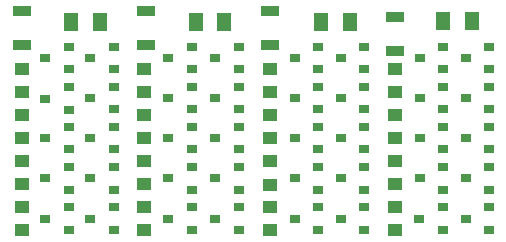
<source format=gbr>
%TF.GenerationSoftware,Altium Limited,Altium Designer,23.5.1 (21)*%
G04 Layer_Color=8421504*
%FSLAX45Y45*%
%MOMM*%
%TF.SameCoordinates,90272B24-A97A-474C-8309-4AF10B7EB36B*%
%TF.FilePolarity,Positive*%
%TF.FileFunction,Paste,Top*%
%TF.Part,Single*%
G01*
G75*
%TA.AperFunction,ConnectorPad*%
%ADD10R,1.60000X0.90000*%
%TA.AperFunction,SMDPad,CuDef*%
%ADD11R,1.60000X0.90000*%
%ADD12R,1.20000X1.50000*%
%ADD13R,0.90000X0.80000*%
%ADD14R,1.30000X1.00000*%
D10*
X200000Y2145000D02*
D03*
Y1855000D02*
D03*
D11*
X1250000D02*
D03*
Y2145000D02*
D03*
X2300000D02*
D03*
Y1855000D02*
D03*
X3360000Y2095000D02*
D03*
Y1805000D02*
D03*
D12*
X622677Y2050383D02*
D03*
X862677D02*
D03*
X1918495Y2057376D02*
D03*
X1678495D02*
D03*
X2739735D02*
D03*
X2979735D02*
D03*
X4010000Y2060000D02*
D03*
X3770000D02*
D03*
D13*
X980000Y1845000D02*
D03*
X780000Y1750000D02*
D03*
X980000Y1655000D02*
D03*
Y1505000D02*
D03*
X780000Y1410000D02*
D03*
X980000Y1315000D02*
D03*
X2040000Y1845000D02*
D03*
X1840000Y1750000D02*
D03*
X2040000Y1655000D02*
D03*
Y1505000D02*
D03*
X1840000Y1410000D02*
D03*
X2040000Y1315000D02*
D03*
X600000Y1845000D02*
D03*
X400000Y1750000D02*
D03*
X600000Y1655000D02*
D03*
X1640000Y1845000D02*
D03*
X1440000Y1750000D02*
D03*
X1640000Y1655000D02*
D03*
X600000Y1500000D02*
D03*
X400000Y1405000D02*
D03*
X600000Y1310000D02*
D03*
X980000Y1165000D02*
D03*
X780000Y1070000D02*
D03*
X980000Y975000D02*
D03*
X1640000Y1505000D02*
D03*
X1440000Y1410000D02*
D03*
X1640000Y1315000D02*
D03*
X2040000Y1165000D02*
D03*
X1840000Y1070000D02*
D03*
X2040000Y975000D02*
D03*
X600000Y1165000D02*
D03*
X400000Y1070000D02*
D03*
X600000Y975000D02*
D03*
X1640000Y1165000D02*
D03*
X1440000Y1070000D02*
D03*
X1640000Y975000D02*
D03*
X600000Y825000D02*
D03*
X400000Y730000D02*
D03*
X600000Y635000D02*
D03*
X980000Y825000D02*
D03*
X780000Y730000D02*
D03*
X980000Y635000D02*
D03*
X1640000Y825000D02*
D03*
X1440000Y730000D02*
D03*
X1640000Y635000D02*
D03*
X2040000Y825000D02*
D03*
X1840000Y730000D02*
D03*
X2040000Y635000D02*
D03*
X600000Y485000D02*
D03*
X400000Y390000D02*
D03*
X600000Y295000D02*
D03*
X980000Y485000D02*
D03*
X780000Y390000D02*
D03*
X980000Y295000D02*
D03*
X1640000Y485000D02*
D03*
X1440000Y390000D02*
D03*
X1640000Y295000D02*
D03*
X2040000Y485000D02*
D03*
X1840000Y390000D02*
D03*
X2040000Y295000D02*
D03*
X3102500Y1845000D02*
D03*
X2902500Y1750000D02*
D03*
X3102500Y1655000D02*
D03*
Y1505000D02*
D03*
X2902500Y1410000D02*
D03*
X3102500Y1315000D02*
D03*
X4160000Y1845000D02*
D03*
X3960000Y1750000D02*
D03*
X4160000Y1655000D02*
D03*
Y1505000D02*
D03*
X3960000Y1410000D02*
D03*
X4160000Y1315000D02*
D03*
X2712500Y1845000D02*
D03*
X2512500Y1750000D02*
D03*
X2712500Y1655000D02*
D03*
X3770000Y1845000D02*
D03*
X3570000Y1750000D02*
D03*
X3770000Y1655000D02*
D03*
X2712500Y1505000D02*
D03*
X2512500Y1410000D02*
D03*
X2712500Y1315000D02*
D03*
X3102500Y1165000D02*
D03*
X2902500Y1070000D02*
D03*
X3102500Y975000D02*
D03*
X3770000Y1505000D02*
D03*
X3570000Y1410000D02*
D03*
X3770000Y1315000D02*
D03*
X4160000Y1165000D02*
D03*
X3960000Y1070000D02*
D03*
X4160000Y975000D02*
D03*
X2712500Y1165000D02*
D03*
X2512500Y1070000D02*
D03*
X2712500Y975000D02*
D03*
X3770000Y1165000D02*
D03*
X3570000Y1070000D02*
D03*
X3770000Y975000D02*
D03*
X2712500Y825000D02*
D03*
X2512500Y730000D02*
D03*
X2712500Y635000D02*
D03*
X3102500Y825000D02*
D03*
X2902500Y730000D02*
D03*
X3102500Y635000D02*
D03*
X3770000Y825000D02*
D03*
X3570000Y730000D02*
D03*
X3770000Y635000D02*
D03*
X4160000Y825000D02*
D03*
X3960000Y730000D02*
D03*
X4160000Y635000D02*
D03*
X2712500Y485000D02*
D03*
X2512500Y390000D02*
D03*
X2712500Y295000D02*
D03*
X3102500Y485000D02*
D03*
X2902500Y390000D02*
D03*
X3102500Y295000D02*
D03*
X3768930Y485000D02*
D03*
X3568930Y389999D02*
D03*
X3768930Y294999D02*
D03*
X4159100Y485000D02*
D03*
X3959100Y390000D02*
D03*
X4159100Y295000D02*
D03*
D14*
X200000Y1460000D02*
D03*
Y1660000D02*
D03*
Y1270000D02*
D03*
Y1070000D02*
D03*
X1240000Y1460000D02*
D03*
Y1660000D02*
D03*
Y1270000D02*
D03*
Y1070000D02*
D03*
X200000Y880000D02*
D03*
Y680000D02*
D03*
Y490000D02*
D03*
Y290000D02*
D03*
X1240000Y880000D02*
D03*
Y680000D02*
D03*
Y490000D02*
D03*
Y290000D02*
D03*
X2302500Y1460000D02*
D03*
Y1660000D02*
D03*
Y1270000D02*
D03*
Y1070000D02*
D03*
X3360000Y1460000D02*
D03*
Y1660000D02*
D03*
Y1070000D02*
D03*
Y1270000D02*
D03*
X2302449Y877641D02*
D03*
Y677641D02*
D03*
X2302500Y490000D02*
D03*
Y290000D02*
D03*
X3360000Y880000D02*
D03*
Y680000D02*
D03*
Y490000D02*
D03*
Y290000D02*
D03*
%TF.MD5,193675a4c32adbcfbfbaddf1e9b6cbcf*%
M02*

</source>
